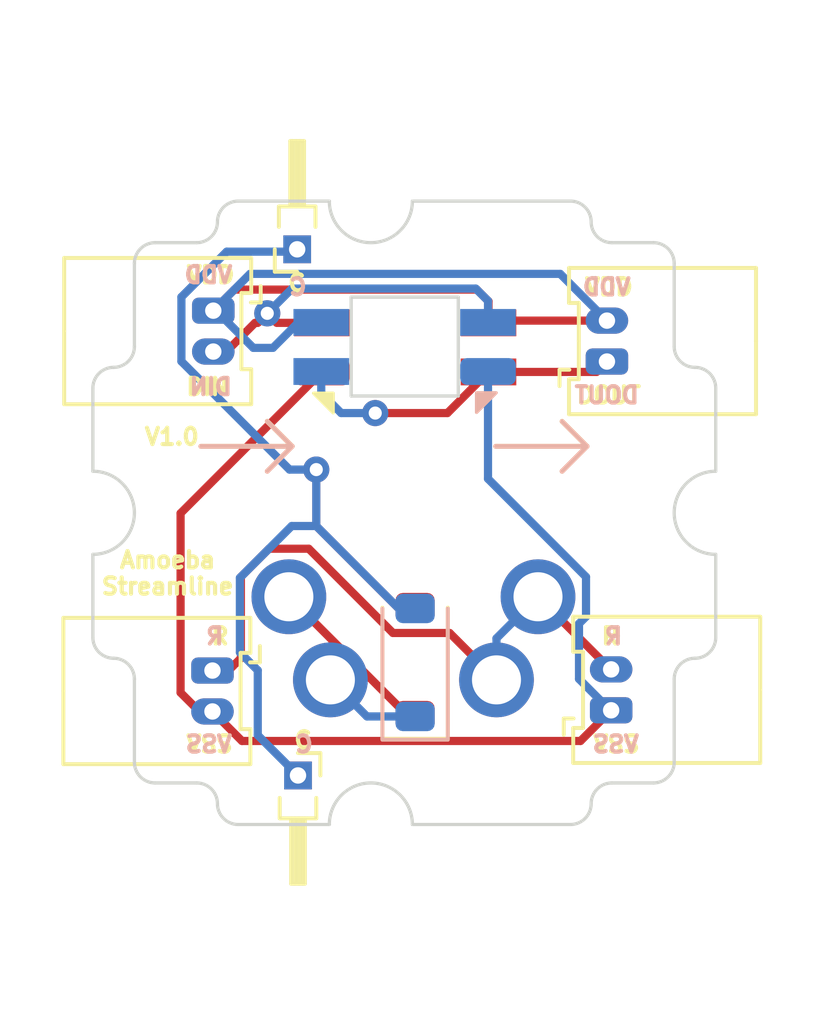
<source format=kicad_pcb>
(kicad_pcb (version 20221018) (generator pcbnew)
  (layers (0 "F.Cu" signal) (31 "B.Cu" signal) (34 "B.Paste" user) (35 "F.Paste" user) (36 "B.SilkS" user "B.Silkscreen") (37 "F.SilkS" user "F.Silkscreen") (38 "B.Mask" user) (39 "F.Mask" user) (44 "Edge.Cuts" user))
  (net 0 "")
  (net 1 "Net-(D1-A)")
  (net 2 "/C")
  (net 3 "/VDD")
  (net 4 "/DOUT")
  (net 5 "/VSS")
  (net 6 "/DIN")
  (net 7 "/R")
  (footprint "Connector_PinHeader_1.00mm:PinHeader_1x01_P1.00mm_Horizontal" (layer "F.Cu") (at 139.6238 108.3564 -90)
    (fp_text reference "J5" hide)
    (fp_text value "Conn_01x01_Pin")
    (fp_line (start -0.685 -0.685) (end 0 -0.685) (stroke (width 0.12)) (layer "F.SilkS"))
    (fp_line (start -0.685 0) (end -0.685 -0.685) (stroke (width 0.12)) (layer "F.SilkS"))
    (fp_line (start 0.685 -0.56) (end 1.31 -0.56) (stroke (width 0.12)) (layer "F.SilkS"))
    (fp_line (start 1.31 -0.56) (end 1.31 0.56) (stroke (width 0.12)) (layer "F.SilkS"))
    (fp_line (start 1.31 -0.21) (end 3.31 -0.21) (stroke (width 0.12)) (layer "F.SilkS"))
    (fp_line (start 1.31 -0.15) (end 3.31 -0.15) (stroke (width 0.12)) (layer "F.SilkS"))
    (fp_line (start 1.31 -0.03) (end 3.31 -0.03) (stroke (width 0.12)) (layer "F.SilkS"))
    (fp_line (start 1.31 0.09) (end 3.31 0.09) (stroke (width 0.12)) (layer "F.SilkS"))
    (fp_line (start 1.31 0.56) (end 0.685 0.56) (stroke (width 0.12)) (layer "F.SilkS"))
    (fp_line (start 3.31 -0.21) (end 3.31 0.21) (stroke (width 0.12)) (layer "F.SilkS"))
    (fp_line (start 3.31 0.21) (end 1.31 0.21) (stroke (width 0.12)) (layer "F.SilkS"))
    (pad "1" thru_hole rect (at 0 0 270) (size 0.85 0.85) (drill 0.5) (layers "*.Cu" "*.Mask") (net 2 "/C"))
  )
  (footprint "CustomFootprints:SW_MX_reversible" (layer "F.Cu") (at 143.1544 100.3554 180)
    (fp_text reference "S1" hide)
    (fp_text value "MX1A")
    (pad "" np_thru_hole circle (at -5.08 0 180) (size 1.7018 1.7018) (drill 1.7018) (layers "*.Cu" "*.Mask"))
    (pad "" np_thru_hole circle (at 0 0 180) (size 3.9878 3.9878) (drill 3.9878) (layers "*.Cu" "*.Mask"))
    (pad "" np_thru_hole circle (at 5.08 0 180) (size 1.7018 1.7018) (drill 1.7018) (layers "*.Cu" "*.Mask"))
    (pad "1" thru_hole circle (at -3.81 -2.54 180) (size 2.286 2.286) (drill 1.4986) (layers "*.Cu" "*.Mask") (net 7 "/R"))
    (pad "1" thru_hole circle (at -2.54 -5.08 180) (size 2.286 2.286) (drill 1.4986) (layers "*.Cu" "*.Mask") (net 7 "/R"))
    (pad "2" thru_hole circle (at 2.54 -5.08 180) (size 2.286 2.286) (drill 1.4986) (layers "*.Cu" "*.Mask") (net 1 "Net-(D1-A)"))
    (pad "2" thru_hole circle (at 3.81 -2.54 180) (size 2.286 2.286) (drill 1.4986) (layers "*.Cu" "*.Mask") (net 1 "Net-(D1-A)"))
  )
  (footprint "Connector_Molex:Molex_PicoBlade_53048-0210_1x02_P1.25mm_Horizontal" (layer "F.Cu") (at 149.0726 95.7072 90)
    (fp_text reference "J3" hide)
    (fp_text value "Conn_01x02_Pin")
    (fp_line (start -1.61 -1.16) (end -1.61 4.56) (stroke (width 0.12)) (layer "F.SilkS"))
    (fp_line (start -1.61 4.56) (end 0.625 4.56) (stroke (width 0.12)) (layer "F.SilkS"))
    (fp_line (start -0.54 -1.16) (end -1.61 -1.16) (stroke (width 0.12)) (layer "F.SilkS"))
    (fp_line (start -0.54 -0.86) (end -0.54 -1.16) (stroke (width 0.12)) (layer "F.SilkS"))
    (fp_line (start -0.25 -1.45) (end -0.75 -1.45) (stroke (width 0.12)) (layer "F.SilkS"))
    (fp_line (start -0.25 -1.15) (end -0.25 -1.45) (stroke (width 0.12)) (layer "F.SilkS"))
    (fp_line (start 0.625 -0.86) (end -0.54 -0.86) (stroke (width 0.12)) (layer "F.SilkS"))
    (fp_line (start 0.625 -0.86) (end 1.79 -0.86) (stroke (width 0.12)) (layer "F.SilkS"))
    (fp_line (start 1.79 -1.16) (end 2.86 -1.16) (stroke (width 0.12)) (layer "F.SilkS"))
    (fp_line (start 1.79 -0.86) (end 1.79 -1.16) (stroke (width 0.12)) (layer "F.SilkS"))
    (fp_line (start 2.86 -1.16) (end 2.86 4.56) (stroke (width 0.12)) (layer "F.SilkS"))
    (fp_line (start 2.86 4.56) (end 0.625 4.56) (stroke (width 0.12)) (layer "F.SilkS"))
    (pad "1" thru_hole roundrect (at 0 0 90) (size 0.8 1.3) (drill 0.5) (layers "*.Cu" "*.Mask") (net 4 "/DOUT"))
    (pad "2" thru_hole oval (at 1.25 0 90) (size 0.8 1.3) (drill 0.5) (layers "*.Cu" "*.Mask") (net 3 "/VDD"))
  )
  (footprint "Diode_SMD:D_SOD-123" (layer "F.Cu") (at 143.2052 104.8776 90)
    (fp_text reference "D1" hide)
    (fp_text value "1N4148W-7-F")
    (fp_line (start -2.36 -1) (end -2.36 1) (stroke (width 0.12)) (layer "F.SilkS"))
    (fp_line (start -2.36 -1) (end 1.65 -1) (stroke (width 0.12)) (layer "F.SilkS"))
    (fp_line (start -2.36 1) (end 1.65 1) (stroke (width 0.12)) (layer "F.SilkS"))
    (pad "1" smd roundrect (at -1.65 0 90) (size 0.9 1.2) (layers "F.Cu" "F.Paste" "F.Mask") (net 1 "Net-(D1-A)"))
    (pad "2" smd roundrect (at 1.65 0 90) (size 0.9 1.2) (layers "F.Cu" "F.Paste" "F.Mask") (net 2 "/C"))
  )
  (footprint "CustomFootprints:SK6812-MINI-E" (layer "F.Cu") (at 142.9004 95.2754 180)
    (fp_text reference "r" hide)
    (fp_text value "SK6812MINI_E" hide)
    (fp_poly (pts (xy 2.8 -1.4) (xy 2.2 -1.4) (xy 2.2 -2)) (stroke (width 0.1)) (fill solid) (layer "F.SilkS"))
    (pad "1" smd rect (at -2.55 0.75 180) (size 1.7 0.82) (layers "F.Cu" "F.Paste" "F.Mask") (net 3 "/VDD"))
    (pad "2" smd rect (at -2.55 -0.75 180) (size 1.7 0.82) (layers "F.Cu" "F.Paste" "F.Mask") (net 4 "/DOUT"))
    (pad "3" smd roundrect (at 2.55 -0.75 180) (size 1.7 0.82) (layers "F.Cu" "F.Paste" "F.Mask") (net 5 "/VSS"))
    (pad "4" smd rect (at 2.55 0.75 180) (size 1.7 0.82) (layers "F.Cu" "F.Paste" "F.Mask") (net 6 "/DIN"))
  )
  (footprint "Connector_Molex:Molex_PicoBlade_53048-0210_1x02_P1.25mm_Horizontal" (layer "F.Cu") (at 137.0076 105.1506 -90)
    (fp_text reference "J4" hide)
    (fp_text value "Conn_01x02_Pin")
    (fp_line (start -1.61 -1.16) (end -1.61 4.56) (stroke (width 0.12)) (layer "F.SilkS"))
    (fp_line (start -1.61 4.56) (end 0.625 4.56) (stroke (width 0.12)) (layer "F.SilkS"))
    (fp_line (start -0.54 -1.16) (end -1.61 -1.16) (stroke (width 0.12)) (layer "F.SilkS"))
    (fp_line (start -0.54 -0.86) (end -0.54 -1.16) (stroke (width 0.12)) (layer "F.SilkS"))
    (fp_line (start -0.25 -1.45) (end -0.75 -1.45) (stroke (width 0.12)) (layer "F.SilkS"))
    (fp_line (start -0.25 -1.15) (end -0.25 -1.45) (stroke (width 0.12)) (layer "F.SilkS"))
    (fp_line (start 0.625 -0.86) (end -0.54 -0.86) (stroke (width 0.12)) (layer "F.SilkS"))
    (fp_line (start 0.625 -0.86) (end 1.79 -0.86) (stroke (width 0.12)) (layer "F.SilkS"))
    (fp_line (start 1.79 -1.16) (end 2.86 -1.16) (stroke (width 0.12)) (layer "F.SilkS"))
    (fp_line (start 1.79 -0.86) (end 1.79 -1.16) (stroke (width 0.12)) (layer "F.SilkS"))
    (fp_line (start 2.86 -1.16) (end 2.86 4.56) (stroke (width 0.12)) (layer "F.SilkS"))
    (fp_line (start 2.86 4.56) (end 0.625 4.56) (stroke (width 0.12)) (layer "F.SilkS"))
    (pad "1" thru_hole roundrect (at 0 0 270) (size 0.8 1.3) (drill 0.5) (layers "*.Cu" "*.Mask") (net 7 "/R"))
    (pad "2" thru_hole oval (at 1.25 0 270) (size 0.8 1.3) (drill 0.5) (layers "*.Cu" "*.Mask") (net 5 "/VSS"))
  )
  (footprint "Connector_Molex:Molex_PicoBlade_53048-0210_1x02_P1.25mm_Horizontal" (layer "F.Cu") (at 149.2014 106.3652 90)
    (fp_text reference "J2" hide)
    (fp_text value "Conn_01x02_Pin")
    (fp_line (start -1.61 -1.16) (end -1.61 4.56) (stroke (width 0.12)) (layer "F.SilkS"))
    (fp_line (start -1.61 4.56) (end 0.625 4.56) (stroke (width 0.12)) (layer "F.SilkS"))
    (fp_line (start -0.54 -1.16) (end -1.61 -1.16) (stroke (width 0.12)) (layer "F.SilkS"))
    (fp_line (start -0.54 -0.86) (end -0.54 -1.16) (stroke (width 0.12)) (layer "F.SilkS"))
    (fp_line (start -0.25 -1.45) (end -0.75 -1.45) (stroke (width 0.12)) (layer "F.SilkS"))
    (fp_line (start -0.25 -1.15) (end -0.25 -1.45) (stroke (width 0.12)) (layer "F.SilkS"))
    (fp_line (start 0.625 -0.86) (end -0.54 -0.86) (stroke (width 0.12)) (layer "F.SilkS"))
    (fp_line (start 0.625 -0.86) (end 1.79 -0.86) (stroke (width 0.12)) (layer "F.SilkS"))
    (fp_line (start 1.79 -1.16) (end 2.86 -1.16) (stroke (width 0.12)) (layer "F.SilkS"))
    (fp_line (start 1.79 -0.86) (end 1.79 -1.16) (stroke (width 0.12)) (layer "F.SilkS"))
    (fp_line (start 2.86 -1.16) (end 2.86 4.56) (stroke (width 0.12)) (layer "F.SilkS"))
    (fp_line (start 2.86 4.56) (end 0.625 4.56) (stroke (width 0.12)) (layer "F.SilkS"))
    (pad "1" thru_hole roundrect (at 0 0 90) (size 0.8 1.3) (drill 0.5) (layers "*.Cu" "*.Mask") (net 5 "/VSS"))
    (pad "2" thru_hole oval (at 1.25 0 90) (size 0.8 1.3) (drill 0.5) (layers "*.Cu" "*.Mask") (net 7 "/R"))
  )
  (footprint "Connector_PinHeader_1.00mm:PinHeader_1x01_P1.00mm_Horizontal" (layer "F.Cu") (at 139.5984 92.2782 90)
    (fp_text reference "J6" hide)
    (fp_text value "Conn_01x01_Pin")
    (fp_line (start -0.685 -0.685) (end 0 -0.685) (stroke (width 0.12)) (layer "F.SilkS"))
    (fp_line (start -0.685 0) (end -0.685 -0.685) (stroke (width 0.12)) (layer "F.SilkS"))
    (fp_line (start 0.685 -0.56) (end 1.31 -0.56) (stroke (width 0.12)) (layer "F.SilkS"))
    (fp_line (start 1.31 -0.56) (end 1.31 0.56) (stroke (width 0.12)) (layer "F.SilkS"))
    (fp_line (start 1.31 -0.21) (end 3.31 -0.21) (stroke (width 0.12)) (layer "F.SilkS"))
    (fp_line (start 1.31 -0.15) (end 3.31 -0.15) (stroke (width 0.12)) (layer "F.SilkS"))
    (fp_line (start 1.31 -0.03) (end 3.31 -0.03) (stroke (width 0.12)) (layer "F.SilkS"))
    (fp_line (start 1.31 0.09) (end 3.31 0.09) (stroke (width 0.12)) (layer "F.SilkS"))
    (fp_line (start 1.31 0.56) (end 0.685 0.56) (stroke (width 0.12)) (layer "F.SilkS"))
    (fp_line (start 3.31 -0.21) (end 3.31 0.21) (stroke (width 0.12)) (layer "F.SilkS"))
    (fp_line (start 3.31 0.21) (end 1.31 0.21) (stroke (width 0.12)) (layer "F.SilkS"))
    (pad "1" thru_hole rect (at 0 0 90) (size 0.85 0.85) (drill 0.5) (layers "*.Cu" "*.Mask") (net 2 "/C"))
  )
  (footprint "Connector_Molex:Molex_PicoBlade_53048-0210_1x02_P1.25mm_Horizontal" (layer "F.Cu") (at 137.033 94.1524 -90)
    (fp_text reference "J1" hide)
    (fp_text value "Conn_01x02_Pin")
    (fp_line (start -1.61 -1.16) (end -1.61 4.56) (stroke (width 0.12)) (layer "F.SilkS"))
    (fp_line (start -1.61 4.56) (end 0.625 4.56) (stroke (width 0.12)) (layer "F.SilkS"))
    (fp_line (start -0.54 -1.16) (end -1.61 -1.16) (stroke (width 0.12)) (layer "F.SilkS"))
    (fp_line (start -0.54 -0.86) (end -0.54 -1.16) (stroke (width 0.12)) (layer "F.SilkS"))
    (fp_line (start -0.25 -1.45) (end -0.75 -1.45) (stroke (width 0.12)) (layer "F.SilkS"))
    (fp_line (start -0.25 -1.15) (end -0.25 -1.45) (stroke (width 0.12)) (layer "F.SilkS"))
    (fp_line (start 0.625 -0.86) (end -0.54 -0.86) (stroke (width 0.12)) (layer "F.SilkS"))
    (fp_line (start 0.625 -0.86) (end 1.79 -0.86) (stroke (width 0.12)) (layer "F.SilkS"))
    (fp_line (start 1.79 -1.16) (end 2.86 -1.16) (stroke (width 0.12)) (layer "F.SilkS"))
    (fp_line (start 1.79 -0.86) (end 1.79 -1.16) (stroke (width 0.12)) (layer "F.SilkS"))
    (fp_line (start 2.86 -1.16) (end 2.86 4.56) (stroke (width 0.12)) (layer "F.SilkS"))
    (fp_line (start 2.86 4.56) (end 0.625 4.56) (stroke (width 0.12)) (layer "F.SilkS"))
    (pad "1" thru_hole roundrect (at 0 0 270) (size 0.8 1.3) (drill 0.5) (layers "*.Cu" "*.Mask") (net 3 "/VDD"))
    (pad "2" thru_hole oval (at 1.25 0 270) (size 0.8 1.3) (drill 0.5) (layers "*.Cu" "*.Mask") (net 6 "/DIN"))
  )
  (footprint "Diode_SMD:D_SOD-123" (layer "B.Cu") (at 143.2052 104.903 90)
    (fp_text reference "D1" hide)
    (fp_text value "1N4148W-7-F")
    (fp_line (start -2.36 -1) (end 1.65 -1) (stroke (width 0.12)) (layer "B.SilkS"))
    (fp_line (start -2.36 1) (end -2.36 -1) (stroke (width 0.12)) (layer "B.SilkS"))
    (fp_line (start -2.36 1) (end 1.65 1) (stroke (width 0.12)) (layer "B.SilkS"))
    (pad "1" smd roundrect (at -1.65 0 90) (size 0.9 1.2) (layers "B.Cu" "B.Paste" "B.Mask") (net 1 "Net-(D1-A)"))
    (pad "2" smd roundrect (at 1.65 0 90) (size 0.9 1.2) (layers "B.Cu" "B.Paste" "B.Mask") (net 2 "/C"))
  )
  (footprint "CustomFootprints:SK6812-MINI-E" (layer "B.Cu") (at 142.885 95.262)
    (fp_text reference "D2" hide)
    (fp_text value "SK6812MINI_E" hide)
    (fp_poly (pts (xy 2.8 1.4) (xy 2.2 1.4) (xy 2.2 2)) (stroke (width 0.1)) (fill solid) (layer "B.SilkS"))
    (pad "1" smd rect (at -2.55 -0.75) (size 1.7 0.82) (layers "B.Cu" "B.Paste" "B.Mask") (net 3 "/VDD"))
    (pad "2" smd rect (at -2.55 0.75) (size 1.7 0.82) (layers "B.Cu" "B.Paste" "B.Mask") (net 4 "/DOUT"))
    (pad "3" smd roundrect (at 2.55 0.75) (size 1.7 0.82) (layers "B.Cu" "B.Paste" "B.Mask") (net 5 "/VSS"))
    (pad "4" smd rect (at 2.55 -0.75) (size 1.7 0.82) (layers "B.Cu" "B.Paste" "B.Mask") (net 6 "/DIN"))
  )
  (gr_line (start 148.463 98.298) (end 147.701 97.536) (stroke (width 0.15)) (layer "B.SilkS"))
  (gr_line (start 139.446 98.298) (end 138.684 99.06) (stroke (width 0.15)) (layer "B.SilkS"))
  (gr_line (start 148.463 98.298) (end 147.701 99.06) (stroke (width 0.15)) (layer "B.SilkS"))
  (gr_line (start 138.684 99.06) (end 139.446 98.298) (stroke (width 0.15)) (layer "B.SilkS"))
  (gr_line (start 139.446 98.298) (end 138.684 97.536) (stroke (width 0.15)) (layer "B.SilkS"))
  (gr_line (start 148.463 98.298) (end 145.669 98.298) (stroke (width 0.15)) (layer "B.SilkS"))
  (gr_line (start 147.701 99.06) (end 148.463 98.298) (stroke (width 0.15)) (layer "B.SilkS"))
  (gr_line (start 139.446 98.298) (end 136.652 98.298) (stroke (width 0.15)) (layer "B.SilkS"))
  (gr_line (start 145.669 98.298) (end 148.463 98.298) (stroke (width 0.15)) (layer "F.SilkS"))
  (gr_line (start 136.652 98.298) (end 139.446 98.298) (stroke (width 0.15)) (layer "F.SilkS"))
  (gr_line (start 147.701 99.06) (end 148.463 98.298) (stroke (width 0.15)) (layer "F.SilkS"))
  (gr_line (start 148.463 98.298) (end 147.701 97.536) (stroke (width 0.15)) (layer "F.SilkS"))
  (gr_line (start 139.446 98.298) (end 138.684 97.536) (stroke (width 0.15)) (layer "F.SilkS"))
  (gr_line (start 147.701 97.536) (end 148.463 98.298) (stroke (width 0.15)) (layer "F.SilkS"))
  (gr_line (start 138.684 97.536) (end 139.446 98.298) (stroke (width 0.15)) (layer "F.SilkS"))
  (gr_line (start 138.684 99.06) (end 139.446 98.298) (stroke (width 0.15)) (layer "F.SilkS"))
  (gr_arc (start 133.35 96.52) (mid 133.535987 96.070987) (end 133.985 95.885) (stroke (width 0.1)) (layer "Edge.Cuts"))
  (gr_arc (start 143.122 90.805) (mid 141.852 92.075) (end 140.582 90.805) (stroke (width 0.1)) (layer "Edge.Cuts"))
  (gr_line (start 135.255 92.075) (end 136.525 92.075) (stroke (width 0.1)) (layer "Edge.Cuts"))
  (gr_line (start 137.795 109.855) (end 140.582 109.855) (stroke (width 0.1)) (layer "Edge.Cuts"))
  (gr_arc (start 151.765 95.885) (mid 152.214013 96.070987) (end 152.4 96.52) (stroke (width 0.1)) (layer "Edge.Cuts"))
  (gr_line (start 144.526 93.7395) (end 141.2494 93.7395) (stroke (width 0.1)) (layer "Edge.Cuts"))
  (gr_line (start 151.13 92.71) (end 151.13 95.25) (stroke (width 0.1)) (layer "Edge.Cuts"))
  (gr_arc (start 149.225 92.075) (mid 148.775987 91.889013) (end 148.59 91.44) (stroke (width 0.1)) (layer "Edge.Cuts"))
  (gr_arc (start 137.16 91.44) (mid 136.974013 91.889013) (end 136.525 92.075) (stroke (width 0.1)) (layer "Edge.Cuts"))
  (gr_line (start 152.4 101.6) (end 152.4 104.14) (stroke (width 0.1)) (layer "Edge.Cuts"))
  (gr_line (start 152.4 99.06) (end 152.4 96.52) (stroke (width 0.1)) (layer "Edge.Cuts"))
  (gr_arc (start 135.255 108.585) (mid 134.805987 108.399013) (end 134.62 107.95) (stroke (width 0.1)) (layer "Edge.Cuts"))
  (gr_arc (start 137.16 91.44) (mid 137.345987 90.990987) (end 137.795 90.805) (stroke (width 0.1)) (layer "Edge.Cuts"))
  (gr_arc (start 133.985 104.775) (mid 133.535987 104.589013) (end 133.35 104.14) (stroke (width 0.1)) (layer "Edge.Cuts"))
  (gr_line (start 143.122 109.855) (end 147.955 109.855) (stroke (width 0.1)) (layer "Edge.Cuts"))
  (gr_line (start 133.35 99.06) (end 133.35 96.52) (stroke (width 0.1)) (layer "Edge.Cuts"))
  (gr_line (start 144.526 96.7605) (end 144.526 93.7395) (stroke (width 0.1)) (layer "Edge.Cuts"))
  (gr_arc (start 148.59 109.22) (mid 148.775987 108.770987) (end 149.225 108.585) (stroke (width 0.1)) (layer "Edge.Cuts"))
  (gr_arc (start 137.795 109.855) (mid 137.345987 109.669013) (end 137.16 109.22) (stroke (width 0.1)) (layer "Edge.Cuts"))
  (gr_line (start 133.35 101.6) (end 133.35 104.14) (stroke (width 0.1)) (layer "Edge.Cuts"))
  (gr_arc (start 147.955 90.805) (mid 148.404013 90.990987) (end 148.59 91.44) (stroke (width 0.1)) (layer "Edge.Cuts"))
  (gr_line (start 134.62 92.71) (end 134.62 95.25) (stroke (width 0.1)) (layer "Edge.Cuts"))
  (gr_arc (start 133.35 99.06) (mid 134.62 100.33) (end 133.35 101.6) (stroke (width 0.1)) (layer "Edge.Cuts"))
  (gr_arc (start 151.13 107.95) (mid 150.944013 108.399013) (end 150.495 108.585) (stroke (width 0.1)) (layer "Edge.Cuts"))
  (gr_arc (start 134.62 92.71) (mid 134.805987 92.260987) (end 135.255 92.075) (stroke (width 0.1)) (layer "Edge.Cuts"))
  (gr_arc (start 151.13 105.41) (mid 151.315987 104.960987) (end 151.765 104.775) (stroke (width 0.1)) (layer "Edge.Cuts"))
  (gr_line (start 150.495 108.585) (end 149.225 108.585) (stroke (width 0.1)) (layer "Edge.Cuts"))
  (gr_arc (start 150.495 92.075) (mid 150.944013 92.260987) (end 151.13 92.71) (stroke (width 0.1)) (layer "Edge.Cuts"))
  (gr_line (start 137.795 90.805) (end 140.582 90.805) (stroke (width 0.1)) (layer "Edge.Cuts"))
  (gr_arc (start 136.525 108.585) (mid 136.974013 108.770987) (end 137.16 109.22) (stroke (width 0.1)) (layer "Edge.Cuts"))
  (gr_arc (start 152.4 104.14) (mid 152.214013 104.589013) (end 151.765 104.775) (stroke (width 0.1)) (layer "Edge.Cuts"))
  (gr_line (start 135.255 108.585) (end 136.525 108.585) (stroke (width 0.1)) (layer "Edge.Cuts"))
  (gr_arc (start 151.765 95.885) (mid 151.315987 95.699013) (end 151.13 95.25) (stroke (width 0.1)) (layer "Edge.Cuts"))
  (gr_line (start 141.2494 96.7605) (end 144.526 96.7605) (stroke (width 0.1)) (layer "Edge.Cuts"))
  (gr_arc (start 134.62 95.25) (mid 134.434013 95.699013) (end 133.985 95.885) (stroke (width 0.1)) (layer "Edge.Cuts"))
  (gr_line (start 149.225 92.075) (end 150.495 92.075) (stroke (width 0.1)) (layer "Edge.Cuts"))
  (gr_arc (start 133.985 104.775) (mid 134.434013 104.960987) (end 134.62 105.41) (stroke (width 0.1)) (layer "Edge.Cuts"))
  (gr_arc (start 152.4 101.6) (mid 151.13 100.33) (end 152.4 99.06) (stroke (width 0.1)) (layer "Edge.Cuts"))
  (gr_line (start 147.955 90.805) (end 143.122 90.805) (stroke (width 0.1)) (layer "Edge.Cuts"))
  (gr_line (start 141.2494 93.7395) (end 141.2494 96.7605) (stroke (width 0.1)) (layer "Edge.Cuts"))
  (gr_arc (start 140.582 109.855) (mid 141.852 108.585) (end 143.122 109.855) (stroke (width 0.1)) (layer "Edge.Cuts"))
  (gr_line (start 151.13 107.95) (end 151.13 105.41) (stroke (width 0.1)) (layer "Edge.Cuts"))
  (gr_arc (start 148.59 109.22) (mid 148.404013 109.669013) (end 147.955 109.855) (stroke (width 0.1)) (layer "Edge.Cuts"))
  (gr_line (start 134.62 105.41) (end 134.62 107.95) (stroke (width 0.1)) (layer "Edge.Cuts"))
  (gr_text "R" (at 149.606 104.394) (layer "B.SilkS") (effects (font (size 0.5 0.5) (thickness 0.125)) (justify left bottom mirror)))
  (gr_text "DOUT" (at 150.114 97.028) (layer "B.SilkS") (effects (font (size 0.5 0.5) (thickness 0.125)) (justify left bottom mirror)))
  (gr_text "DIN" (at 137.668 96.774) (layer "B.SilkS") (effects (font (size 0.5 0.5) (thickness 0.125)) (justify left bottom mirror)))
  (gr_text "C" (at 139.954 93.726) (layer "B.SilkS") (effects (font (size 0.5 0.5) (thickness 0.125)) (justify left bottom mirror)))
  (gr_text "VSS" (at 150.114 107.696) (layer "B.SilkS") (effects (font (size 0.5 0.5) (thickness 0.125)) (justify left bottom mirror)))
  (gr_text "R" (at 137.414 104.394) (layer "B.SilkS") (effects (font (size 0.5 0.5) (thickness 0.125)) (justify left bottom mirror)))
  (gr_text "C" (at 140.1441 107.6968) (layer "B.SilkS") (effects (font (size 0.5 0.5) (thickness 0.125)) (justify left bottom mirror)))
  (gr_text "VDD" (at 137.6784 93.3554) (layer "B.SilkS") (effects (font (size 0.5 0.5) (thickness 0.125)) (justify left bottom mirror)))
  (gr_text "VSS" (at 137.668 107.696) (layer "B.SilkS") (effects (font (size 0.5 0.5) (thickness 0.125)) (justify left bottom mirror)))
  (gr_text "VDD" (at 149.86 93.726) (layer "B.SilkS") (effects (font (size 0.5 0.5) (thickness 0.125)) (justify left bottom mirror)))
  (gr_text "VDD" (at 148.336 93.726) (layer "F.SilkS") (effects (font (size 0.5 0.5) (thickness 0.125)) (justify left bottom)))
  (gr_text "V1.0" (at 134.874 98.298) (layer "F.SilkS") (effects (font (size 0.5 0.5) (thickness 0.125)) (justify left bottom)))
  (gr_text "VSS" (at 148.59 107.696) (layer "F.SilkS") (effects (font (size 0.5 0.5) (thickness 0.125)) (justify left bottom)))
  (gr_text "VSS" (at 136.144 107.696) (layer "F.SilkS") (effects (font (size 0.5 0.5) (thickness 0.125)) (justify left bottom)))
  (gr_text "R" (at 136.906 104.394) (layer "F.SilkS") (effects (font (size 0.5 0.5) (thickness 0.125)) (justify left bottom)))
  (gr_text "R" (at 148.844 104.394) (layer "F.SilkS") (effects (font (size 0.5 0.5) (thickness 0.125)) (justify left bottom)))
  (gr_text "VDD" (at 136.1544 93.3554) (layer "F.SilkS") (effects (font (size 0.5 0.5) (thickness 0.125)) (justify left bottom)))
  (gr_text "DIN" (at 136.144 96.774) (layer "F.SilkS") (effects (font (size 0.5 0.5) (thickness 0.125)) (justify left bottom)))
  (gr_text "C" (at 139.446 106.934 180) (layer "F.SilkS") (effects (font (size 0.5 0.5) (thickness 0.125)) (justify left bottom mirror)))
  (gr_text "C" (at 139.2559 92.9632 180) (layer "F.SilkS") (effects (font (size 0.5 0.5) (thickness 0.125)) (justify left bottom mirror)))
  (gr_text "Amoeba\nStreamline" (at 135.636 102.87) (layer "F.SilkS") (effects (font (size 0.5 0.5) (thickness 0.125)) (justify bottom)))
  (gr_text "DOUT" (at 148.082 97.028) (layer "F.SilkS") (effects (font (size 0.5 0.5) (thickness 0.125)) (justify left bottom)))
  (segment (start 142.9766 106.5276) (end 143.2052 106.5276) (width 0.25) (layer "F.Cu") (net 1))
  (segment (start 139.3444 102.8954) (end 142.9766 106.5276) (width 0.25) (layer "F.Cu") (net 1))
  (segment (start 143.2052 106.553) (end 141.732 106.553) (width 0.25) (layer "B.Cu") (net 1))
  (segment (start 141.732 106.553) (end 140.6144 105.4354) (width 0.25) (layer "B.Cu") (net 1))
  (segment (start 140.1826 99.0092) (end 140.1826 100.733731) (width 0.25) (layer "F.Cu") (net 2))
  (segment (start 140.1826 100.733731) (end 142.854269 103.4054) (width 0.25) (layer "F.Cu") (net 2))
  (via (at 140.1826 99.0092) (size 0.8) (drill 0.4) (layers "F.Cu" "B.Cu") (net 2))
  (segment (start 136.058 93.734938) (end 136.058 95.702705) (width 0.25) (layer "B.Cu") (net 2))
  (segment (start 138.393 105.143538) (end 138.393 107.1256) (width 0.25) (layer "B.Cu") (net 2))
  (segment (start 139.364495 99.0092) (end 140.1826 99.0092) (width 0.25) (layer "B.Cu") (net 2))
  (segment (start 140.1826 100.733731) (end 139.430003 100.733731) (width 0.25) (layer "B.Cu") (net 2))
  (segment (start 136.058 95.702705) (end 139.364495 99.0092) (width 0.25) (layer "B.Cu") (net 2))
  (segment (start 139.5984 92.2782) (end 139.527 92.3496) (width 0.25) (layer "B.Cu") (net 2))
  (segment (start 137.8458 104.596338) (end 138.393 105.143538) (width 0.25) (layer "B.Cu") (net 2))
  (segment (start 139.430003 100.733731) (end 137.8458 102.317934) (width 0.25) (layer "B.Cu") (net 2))
  (segment (start 139.527 92.3496) (end 137.443338 92.3496) (width 0.25) (layer "B.Cu") (net 2))
  (segment (start 137.8458 102.317934) (end 137.8458 104.596338) (width 0.25) (layer "B.Cu") (net 2))
  (segment (start 140.1826 99.0092) (end 140.1826 100.733731) (width 0.25) (layer "B.Cu") (net 2))
  (segment (start 137.443338 92.3496) (end 136.058 93.734938) (width 0.25) (layer "B.Cu") (net 2))
  (segment (start 138.393 107.1256) (end 139.6238 108.3564) (width 0.25) (layer "B.Cu") (net 2))
  (segment (start 140.1826 100.733731) (end 142.879669 103.4308) (width 0.25) (layer "B.Cu") (net 2))
  (segment (start 137.6764 93.509) (end 145.094 93.509) (width 0.25) (layer "F.Cu") (net 3))
  (segment (start 145.094 93.509) (end 145.4504 93.8654) (width 0.25) (layer "F.Cu") (net 3))
  (segment (start 145.4504 93.8654) (end 145.4504 94.5254) (width 0.25) (layer "F.Cu") (net 3))
  (segment (start 149.0044 94.5254) (end 149.0726 94.4572) (width 0.25) (layer "F.Cu") (net 3))
  (segment (start 149.0726 94.4572) (end 145.5186 94.4572) (width 0.25) (layer "F.Cu") (net 3))
  (segment (start 137.033 94.1524) (end 137.6764 93.509) (width 0.25) (layer "F.Cu") (net 3))
  (segment (start 145.5186 94.4572) (end 145.4504 94.5254) (width 0.25) (layer "F.Cu") (net 3))
  (segment (start 138.1572 93.0282) (end 147.6436 93.0282) (width 0.25) (layer "B.Cu") (net 3))
  (segment (start 137.033 94.1524) (end 137.119895 94.1524) (width 0.25) (layer "B.Cu") (net 3))
  (segment (start 137.119895 94.1524) (end 138.256695 95.2892) (width 0.25) (layer "B.Cu") (net 3))
  (segment (start 138.857305 95.2892) (end 139.634505 94.512) (width 0.25) (layer "B.Cu") (net 3))
  (segment (start 138.256695 95.2892) (end 138.857305 95.2892) (width 0.25) (layer "B.Cu") (net 3))
  (segment (start 139.634505 94.512) (end 140.335 94.512) (width 0.25) (layer "B.Cu") (net 3))
  (segment (start 147.6436 93.0282) (end 149.0726 94.4572) (width 0.25) (layer "B.Cu") (net 3))
  (segment (start 137.033 94.1524) (end 138.1572 93.0282) (width 0.25) (layer "B.Cu") (net 3))
  (segment (start 145.4504 96.0254) (end 148.7544 96.0254) (width 0.25) (layer "F.Cu") (net 4))
  (segment (start 145.4504 96.0254) (end 144.1938 97.282) (width 0.25) (layer "F.Cu") (net 4))
  (segment (start 148.7544 96.0254) (end 149.0726 95.7072) (width 0.25) (layer "F.Cu") (net 4))
  (segment (start 144.1938 97.282) (end 141.986 97.282) (width 0.25) (layer "F.Cu") (net 4))
  (via (at 141.986 97.282) (size 0.8) (drill 0.4) (layers "F.Cu" "B.Cu") (net 4))
  (segment (start 140.335 96.672) (end 140.945 97.282) (width 0.25) (layer "B.Cu") (net 4))
  (segment (start 140.945 97.282) (end 141.986 97.282) (width 0.25) (layer "B.Cu") (net 4))
  (segment (start 140.335 96.012) (end 140.335 96.672) (width 0.25) (layer "B.Cu") (net 4))
  (segment (start 136.0326 100.3432) (end 136.0326 105.8256) (width 0.25) (layer "F.Cu") (net 5))
  (segment (start 140.3504 96.0254) (end 136.0326 100.3432) (width 0.25) (layer "F.Cu") (net 5))
  (segment (start 137.9096 107.3026) (end 137.0076 106.4006) (width 0.25) (layer "F.Cu") (net 5))
  (segment (start 149.2014 106.3652) (end 148.264 107.3026) (width 0.25) (layer "F.Cu") (net 5))
  (segment (start 136.0326 105.8256) (end 136.6076 106.4006) (width 0.25) (layer "F.Cu") (net 5))
  (segment (start 148.264 107.3026) (end 137.9096 107.3026) (width 0.25) (layer "F.Cu") (net 5))
  (segment (start 136.6076 106.4006) (end 137.0076 106.4006) (width 0.25) (layer "F.Cu") (net 5))
  (segment (start 148.4324 103.503466) (end 148.4324 102.287084) (width 0.25) (layer "B.Cu") (net 5))
  (segment (start 148.218333 105.407438) (end 148.218333 103.717533) (width 0.25) (layer "B.Cu") (net 5))
  (segment (start 148.4324 102.287084) (end 145.435 99.289684) (width 0.25) (layer "B.Cu") (net 5))
  (segment (start 149.176095 106.3652) (end 148.218333 105.407438) (width 0.25) (layer "B.Cu") (net 5))
  (segment (start 149.2014 106.3652) (end 149.176095 106.3652) (width 0.25) (layer "B.Cu") (net 5))
  (segment (start 148.218333 103.717533) (end 148.4324 103.503466) (width 0.25) (layer "B.Cu") (net 5))
  (segment (start 145.435 99.289684) (end 145.435 96.012) (width 0.25) (layer "B.Cu") (net 5))
  (segment (start 138.3926 94.5254) (end 138.684 94.234) (width 0.25) (layer "F.Cu") (net 6))
  (segment (start 137.033 95.4024) (end 137.433 95.4024) (width 0.25) (layer "F.Cu") (net 6))
  (segment (start 138.684 94.234) (end 138.9754 94.5254) (width 0.25) (layer "F.Cu") (net 6))
  (segment (start 137.433 95.4024) (end 138.31 94.5254) (width 0.25) (layer "F.Cu") (net 6))
  (segment (start 138.31 94.5254) (end 138.3926 94.5254) (width 0.25) (layer "F.Cu") (net 6))
  (segment (start 138.9754 94.5254) (end 140.3504 94.5254) (width 0.25) (layer "F.Cu") (net 6))
  (via (at 138.684 94.234) (size 0.8) (drill 0.4) (layers "F.Cu" "B.Cu") (net 6))
  (segment (start 139.4398 93.4782) (end 145.0612 93.4782) (width 0.25) (layer "B.Cu") (net 6))
  (segment (start 138.684 94.234) (end 139.4398 93.4782) (width 0.25) (layer "B.Cu") (net 6))
  (segment (start 145.0612 93.4782) (end 145.435 93.852) (width 0.25) (layer "B.Cu") (net 6))
  (segment (start 145.435 93.852) (end 145.435 94.512) (width 0.25) (layer "B.Cu") (net 6))
  (segment (start 138.736334 101.4274) (end 139.952466 101.4274) (width 0.25) (layer "F.Cu") (net 7))
  (segment (start 137.499266 105.1506) (end 137.8764 104.773466) (width 0.25) (layer "F.Cu") (net 7))
  (segment (start 149.1842 105.1152) (end 146.9644 102.8954) (width 0.25) (layer "F.Cu") (net 7))
  (segment (start 137.0076 105.1506) (end 137.499266 105.1506) (width 0.25) (layer "F.Cu") (net 7))
  (segment (start 142.527666 104.0026) (end 144.2616 104.0026) (width 0.25) (layer "F.Cu") (net 7))
  (segment (start 149.2014 105.1152) (end 149.1842 105.1152) (width 0.25) (layer "F.Cu") (net 7))
  (segment (start 139.952466 101.4274) (end 142.527666 104.0026) (width 0.25) (layer "F.Cu") (net 7))
  (segment (start 137.8764 102.287334) (end 138.736334 101.4274) (width 0.25) (layer "F.Cu") (net 7))
  (segment (start 137.8764 104.773466) (end 137.8764 102.287334) (width 0.25) (layer "F.Cu") (net 7))
  (segment (start 144.2616 104.0026) (end 145.6944 105.4354) (width 0.25) (layer "F.Cu") (net 7))
  (segment (start 146.9644 102.8954) (end 145.6944 104.1654) (width 0.25) (layer "B.Cu") (net 7))
  (segment (start 145.6944 104.1654) (end 145.6944 105.4354) (width 0.25) (layer "B.Cu") (net 7))
)
</source>
